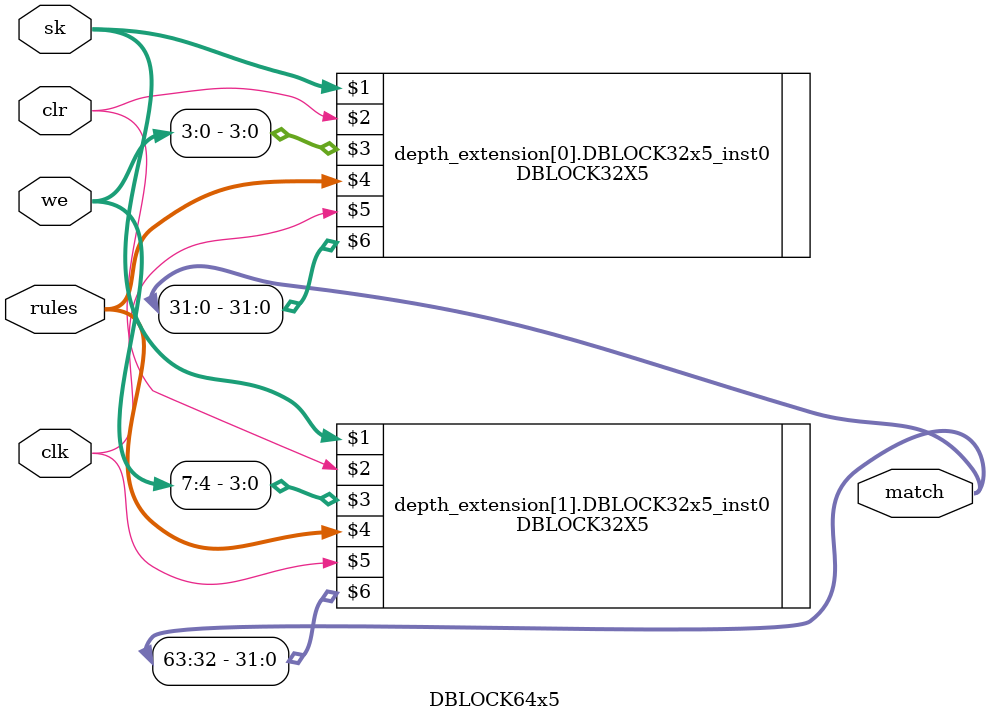
<source format=v>
`timescale 1ns / 1ps


module DBLOCK64x5 #(parameter kw_size=5,D=64)(sk,clr,we,rules,clk,match);

parameter rd_size=32;   // DBLOCK rule depth size
parameter we_size=4;

input [kw_size-1:0] sk;
input clr;
input [D/8-1:0] we;
input [7:0] rules;
input clk;
output [D-1:0] match;

//genvar i;
//generate
//    for (i=0;i<n;i=i+1)
//        begin: depth_extension
//        DBLOCK #(kw_size,rd_size) DBLOCK_inst(sk[i*5+4:i*5],we,ce,clr,rule,clk,match);
//    end
//endgenerate
genvar i;
generate
for (i=0;i<D/32;i=i+1)
begin:depth_extension
DBLOCK32X5 #(kw_size,rd_size,we_size) DBLOCK32x5_inst0(sk,clr,we[i*4+3:i*4],rules,clk,match[i*32+31:i*32]);
end
endgenerate

endmodule
</source>
